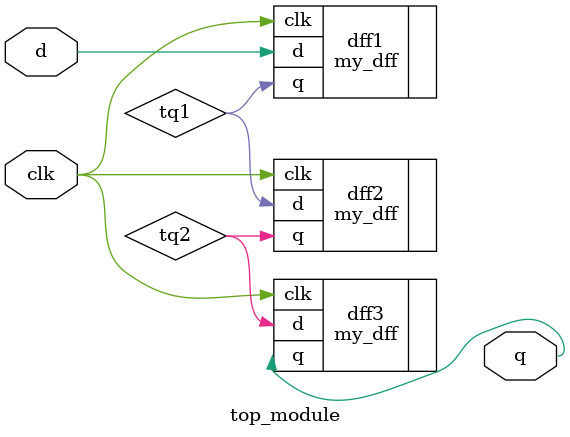
<source format=v>
module top_module ( input clk, input d, output q );
    // module my_dff ( input clk, input d, output q );
    wire tq1, tq2;
    my_dff dff1(.clk(clk), .d(d), .q(tq1));
    my_dff dff2(.clk(clk), .d(tq1), .q(tq2));
    my_dff dff3(.clk(clk), .d(tq2), .q(q));
endmodule

</source>
